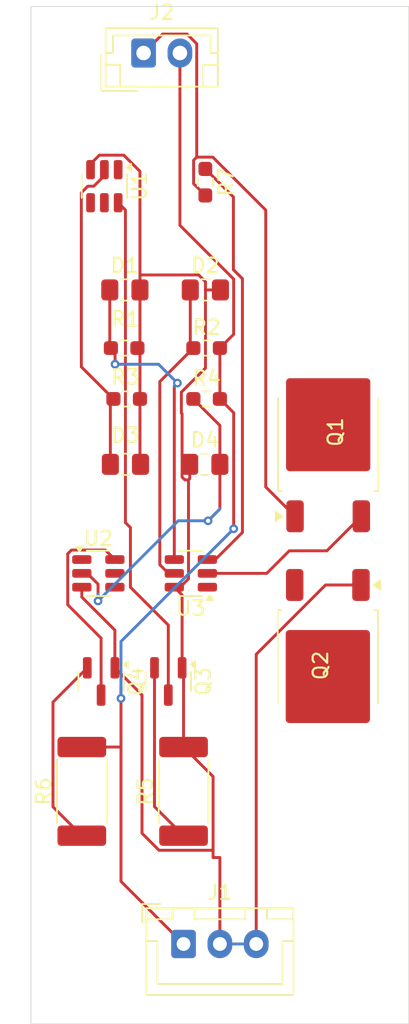
<source format=kicad_pcb>
(kicad_pcb (version 20241229) (generator "pcbnew") (generator_version "9.0")
  (layers (0 "F.Cu" signal) (2 "B.Cu" signal) (13 "F.Paste" user) (15 "B.Paste" user) (5 "F.SilkS" user "F.Silkscreen") (7 "B.SilkS" user "B.Silkscreen") (1 "F.Mask" user) (3 "B.Mask" user) (25 "Edge.Cuts" user))
  (net 0 "")
  (net 1 "Net-(J1-Pin_1)")
  (net 2 "Net-(D1-A)")
  (net 3 "Net-(D1-K)")
  (net 5 "Net-(D2-K)")
  (net 6 "Net-(D3-A)")
  (net 10 "Net-(D4-A)")
  (net 12 "Net-(J2-Pin_1)")
  (net 15 "Net-(Q1-S)")
  (net 18 "Net-(Q3-G)")
  (net 19 "Net-(Q3-S)")
  (net 21 "Net-(Q4-S)")
  (net 22 "Net-(Q4-G)")
  (net 23 "Net-(U3-IO2)")
  (footprint "Package_TO_SOT_SMD:SOT-23" (layer "F.Cu") (at 139.325 99.9375 -90)
    (property "Reference" "Q4" (at 0 -2.4 90) (layer "F.SilkS"))
    (property "Value" "PMOS")
    (fp_line (start 0 1.56) (end -0.65 1.56) (stroke (width 0.12)) (layer "F.SilkS"))
    (fp_line (start 0 1.56) (end 0.65 1.56) (stroke (width 0.12)) (layer "F.SilkS"))
    (fp_line (start 0 -1.56) (end -0.65 -1.56) (stroke (width 0.12)) (layer "F.SilkS"))
    (fp_line (start 0 -1.56) (end 0.65 -1.56) (stroke (width 0.12)) (layer "F.SilkS"))
    (fp_poly (pts (xy -1.1625 -1.51) (xy -1.4025 -1.84) (xy -0.9225 -1.84)) (stroke (width 0.12)) (fill yes) (layer "F.SilkS"))
    (pad "1" smd roundrect (at -0.9375 -0.95 270) (size 1.475 0.6) (layers "F.Cu" "F.Mask" "F.Paste") (net 2 "Net-(D1-A)"))
    (pad "2" smd roundrect (at -0.9375 0.95 270) (size 1.475 0.6) (layers "F.Cu" "F.Mask" "F.Paste") (net 22 "Net-(Q4-G)"))
    (pad "3" smd roundrect (at 0.9375 0 270) (size 1.475 0.6) (layers "F.Cu" "F.Mask" "F.Paste") (net 21 "Net-(Q4-S)"))
  )
  (footprint "Capacitor_SMD:C_0805_2012Metric_Pad1.18x1.45mm_HandSolder" (layer "F.Cu") (at 140.9625 73)
    (property "Reference" "D1" (at 0 -1.68 0) (layer "F.SilkS"))
    (property "Value" "D_Capacitance")
    (fp_line (start -0.261252 -0.735) (end 0.261252 -0.735) (stroke (width 0.12)) (layer "F.SilkS"))
    (fp_line (start -0.261252 0.735) (end 0.261252 0.735) (stroke (width 0.12)) (layer "F.SilkS"))
    (pad "1" smd roundrect (at -1.0375 0) (size 1.175 1.45) (layers "F.Cu" "F.Mask" "F.Paste") (roundrect_rratio 0.212766) (net 3 "Net-(D1-K)"))
    (pad "2" smd roundrect (at 1.0375 0) (size 1.175 1.45) (layers "F.Cu" "F.Mask" "F.Paste") (roundrect_rratio 0.212766) (net 2 "Net-(D1-A)"))
  )
  (footprint "Package_TO_SOT_SMD:SOT-23" (layer "F.Cu") (at 143.95 99.9375 -90)
    (property "Reference" "Q3" (at 0 -2.4 90) (layer "F.SilkS"))
    (property "Value" "PMOS")
    (fp_line (start 0 1.56) (end -0.65 1.56) (stroke (width 0.12)) (layer "F.SilkS"))
    (fp_line (start 0 1.56) (end 0.65 1.56) (stroke (width 0.12)) (layer "F.SilkS"))
    (fp_line (start 0 -1.56) (end -0.65 -1.56) (stroke (width 0.12)) (layer "F.SilkS"))
    (fp_line (start 0 -1.56) (end 0.65 -1.56) (stroke (width 0.12)) (layer "F.SilkS"))
    (fp_poly (pts (xy -1.1625 -1.51) (xy -1.4025 -1.84) (xy -0.9225 -1.84)) (stroke (width 0.12)) (fill yes) (layer "F.SilkS"))
    (pad "1" smd roundrect (at -0.9375 -0.95 270) (size 1.475 0.6) (layers "F.Cu" "F.Mask" "F.Paste") (net 2 "Net-(D1-A)"))
    (pad "2" smd roundrect (at -0.9375 0.95 270) (size 1.475 0.6) (layers "F.Cu" "F.Mask" "F.Paste") (net 18 "Net-(Q3-G)"))
    (pad "3" smd roundrect (at 0.9375 0 270) (size 1.475 0.6) (layers "F.Cu" "F.Mask" "F.Paste") (net 19 "Net-(Q3-S)"))
  )
  (footprint "Capacitor_SMD:C_0805_2012Metric_Pad1.18x1.45mm_HandSolder" (layer "F.Cu") (at 141 85 180)
    (property "Reference" "D3" (at 0 2 0) (layer "F.SilkS"))
    (property "Value" "D_Capacitance")
    (fp_line (start -0.261252 0.735) (end 0.261252 0.735) (stroke (width 0.12)) (layer "F.SilkS"))
    (fp_line (start -0.261252 -0.735) (end 0.261252 -0.735) (stroke (width 0.12)) (layer "F.SilkS"))
    (pad "1" smd roundrect (at -1.0375 0 180) (size 1.175 1.45) (layers "F.Cu" "F.Mask" "F.Paste") (roundrect_rratio 0.212766) (net 2 "Net-(D1-A)"))
    (pad "2" smd roundrect (at 1.0375 0 180) (size 1.175 1.45) (layers "F.Cu" "F.Mask" "F.Paste") (roundrect_rratio 0.212766) (net 6 "Net-(D3-A)"))
  )
  (footprint "Package_TO_SOT_SMD:SOT-23-6" (layer "F.Cu") (at 139.55 65.8625 -90)
    (property "Reference" "U1" (at 0 -2.4 90) (layer "F.SilkS"))
    (property "Value" "SN74LVC2G14DBV")
    (fp_line (start 0 1.56) (end -0.8 1.56) (stroke (width 0.12)) (layer "F.SilkS"))
    (fp_line (start 0 1.56) (end 0.8 1.56) (stroke (width 0.12)) (layer "F.SilkS"))
    (fp_line (start 0 -1.56) (end -0.8 -1.56) (stroke (width 0.12)) (layer "F.SilkS"))
    (fp_line (start 0 -1.56) (end 0.8 -1.56) (stroke (width 0.12)) (layer "F.SilkS"))
    (fp_poly (pts (xy -1.3 -1.51) (xy -1.54 -1.84) (xy -1.06 -1.84)) (stroke (width 0.12)) (fill yes) (layer "F.SilkS"))
    (pad "1" smd roundrect (at -1.1375 -0.95 270) (size 1.325 0.6) (layers "F.Cu" "F.Mask" "F.Paste"))
    (pad "2" smd roundrect (at -1.1375 0 270) (size 1.325 0.6) (layers "F.Cu" "F.Mask" "F.Paste") (net 6 "Net-(D3-A)"))
    (pad "3" smd roundrect (at -1.1375 0.95 270) (size 1.325 0.6) (layers "F.Cu" "F.Mask" "F.Paste") (net 2 "Net-(D1-A)"))
    (pad "4" smd roundrect (at 1.1375 0.95 270) (size 1.325 0.6) (layers "F.Cu" "F.Mask" "F.Paste"))
    (pad "5" smd roundrect (at 1.1375 0 270) (size 1.325 0.6) (layers "F.Cu" "F.Mask" "F.Paste"))
    (pad "6" smd roundrect (at 1.1375 -0.95 270) (size 1.325 0.6) (layers "F.Cu" "F.Mask" "F.Paste") (net 19 "Net-(Q3-S)"))
  )
  (footprint "Resistor_SMD:R_2512_6332Metric_Pad1.40x3.35mm_HandSolder" (layer "F.Cu") (at 145 107.5 90)
    (property "Reference" "R5" (at 0 -2.63 90) (layer "F.SilkS"))
    (property "Value" "68.5")
    (fp_line (start -2.177064 -1.71) (end 2.177064 -1.71) (stroke (width 0.12)) (layer "F.SilkS"))
    (fp_line (start -2.177064 1.71) (end 2.177064 1.71) (stroke (width 0.12)) (layer "F.SilkS"))
    (pad "1" smd roundrect (at -3.05 0 90) (size 1.4 3.35) (layers "F.Cu" "F.Mask" "F.Paste") (roundrect_rratio 0.178571) (net 18 "Net-(Q3-G)"))
    (pad "2" smd roundrect (at 3.05 0 90) (size 1.4 3.35) (layers "F.Cu" "F.Mask" "F.Paste") (roundrect_rratio 0.178571) (net 2 "Net-(D1-A)"))
  )
  (footprint "Package_TO_SOT_SMD:TO-252-2" (layer "F.Cu") (at 154.9275 98.34 -90)
    (property "Reference" "Q2" (at 0.5 0.5 90) (layer "F.SilkS"))
    (property "Value" "NMOS")
    (fp_line (start -3.31 3.45) (end -3.31 3.18) (stroke (width 0.12)) (layer "F.SilkS"))
    (fp_line (start 3.11 3.45) (end -3.31 3.45) (stroke (width 0.12)) (layer "F.SilkS"))
    (fp_line (start -3.31 -3.45) (end -3.31 -3.18) (stroke (width 0.12)) (layer "F.SilkS"))
    (fp_line (start 3.11 -3.45) (end -3.31 -3.45) (stroke (width 0.12)) (layer "F.SilkS"))
    (fp_poly (pts (xy -5.04 -3.14) (xy -5.38 -3.61) (xy -4.7 -3.61)) (stroke (width 0.12)) (fill yes) (layer "F.SilkS"))
    (pad "1" smd roundrect (at -5.04 -2.28 270) (size 2.2 1.2) (layers "F.Cu" "F.Mask" "F.Paste") (roundrect_rratio 0.208333) (net 2 "Net-(D1-A)"))
    (pad "2" smd roundrect (at 1.26 0 270) (size 6.4 5.8) (layers "F.Cu" "F.Mask") (roundrect_rratio 0.043103))
    (pad "3" smd roundrect (at -5.04 2.28 270) (size 2.2 1.2) (layers "F.Cu" "F.Mask" "F.Paste") (roundrect_rratio 0.208333))
  )
  (footprint "Resistor_SMD:R_0603_1608Metric_Pad0.98x0.95mm_HandSolder" (layer "F.Cu") (at 146.5 65.5875 -90)
    (property "Reference" "R7" (at 0 -1.43 90) (layer "F.SilkS"))
    (property "Value" "2k")
    (fp_line (start -0.254724 0.5225) (end 0.254724 0.5225) (stroke (width 0.12)) (layer "F.SilkS"))
    (fp_line (start -0.254724 -0.5225) (end 0.254724 -0.5225) (stroke (width 0.12)) (layer "F.SilkS"))
    (pad "1" smd roundrect (at -0.9125 0 270) (size 0.975 0.95) (layers "F.Cu" "F.Mask" "F.Paste") (net 23 "Net-(U3-IO2)"))
    (pad "2" smd roundrect (at 0.9125 0 270) (size 0.975 0.95) (layers "F.Cu" "F.Mask" "F.Paste") (net 12 "Net-(J2-Pin_1)"))
  )
  (footprint "Resistor_SMD:R_0603_1608Metric_Pad0.98x0.95mm_HandSolder" (layer "F.Cu") (at 146.5875 77)
    (property "Reference" "R2" (at 0 -1.43 0) (layer "F.SilkS"))
    (property "Value" "330")
    (fp_line (start -0.254724 -0.5225) (end 0.254724 -0.5225) (stroke (width 0.12)) (layer "F.SilkS"))
    (fp_line (start -0.254724 0.5225) (end 0.254724 0.5225) (stroke (width 0.12)) (layer "F.SilkS"))
    (pad "1" smd roundrect (at -0.9125 0) (size 0.975 0.95) (layers "F.Cu" "F.Mask" "F.Paste") (net 5 "Net-(D2-K)"))
    (pad "2" smd roundrect (at 0.9125 0) (size 0.975 0.95) (layers "F.Cu" "F.Mask" "F.Paste") (net 1 "Net-(J1-Pin_1)"))
  )
  (footprint "Resistor_SMD:R_0603_1608Metric_Pad0.98x0.95mm_HandSolder" (layer "F.Cu") (at 140.9125 77 180)
    (property "Reference" "R1" (at -0.0875 2 0) (layer "F.SilkS"))
    (property "Value" "330")
    (fp_line (start -0.254724 0.5225) (end 0.254724 0.5225) (stroke (width 0.12)) (layer "F.SilkS"))
    (fp_line (start -0.254724 -0.5225) (end 0.254724 -0.5225) (stroke (width 0.12)) (layer "F.SilkS"))
    (pad "1" smd roundrect (at -0.9125 0 180) (size 0.975 0.95) (layers "F.Cu" "F.Mask" "F.Paste") (net 2 "Net-(D1-A)"))
    (pad "2" smd roundrect (at 0.9125 0 180) (size 0.975 0.95) (layers "F.Cu" "F.Mask" "F.Paste") (net 3 "Net-(D1-K)"))
  )
  (footprint "Resistor_SMD:R_2512_6332Metric_Pad1.40x3.35mm_HandSolder" (layer "F.Cu") (at 138 107.5 90)
    (property "Reference" "R6" (at 0 -2.63 90) (layer "F.SilkS"))
    (property "Value" "68.5")
    (fp_line (start -2.177064 -1.71) (end 2.177064 -1.71) (stroke (width 0.12)) (layer "F.SilkS"))
    (fp_line (start -2.177064 1.71) (end 2.177064 1.71) (stroke (width 0.12)) (layer "F.SilkS"))
    (pad "1" smd roundrect (at -3.05 0 90) (size 1.4 3.35) (layers "F.Cu" "F.Mask" "F.Paste") (roundrect_rratio 0.178571) (net 22 "Net-(Q4-G)"))
    (pad "2" smd roundrect (at 3.05 0 90) (size 1.4 3.35) (layers "F.Cu" "F.Mask" "F.Paste") (roundrect_rratio 0.178571) (net 1 "Net-(J1-Pin_1)"))
  )
  (footprint "Connector_JST:JST_EH_B2B-EH-A_1x02_P2.50mm_Vertical" (layer "F.Cu") (at 142.25 56.7)
    (property "Reference" "J2" (at 1.25 -2.8 0) (layer "F.SilkS"))
    (property "Value" "Conn_01x02_Pin")
    (fp_line (start -2.91 0.11) (end -2.91 2.61) (stroke (width 0.12)) (layer "F.SilkS"))
    (fp_line (start -2.91 2.61) (end -0.41 2.61) (stroke (width 0.12)) (layer "F.SilkS"))
    (fp_line (start -2.61 -1.71) (end -2.61 2.31) (stroke (width 0.12)) (layer "F.SilkS"))
    (fp_line (start -2.61 0) (end -2.11 0) (stroke (width 0.12)) (layer "F.SilkS"))
    (fp_line (start -2.61 0.81) (end -1.61 0.81) (stroke (width 0.12)) (layer "F.SilkS"))
    (fp_line (start -2.61 2.31) (end 5.11 2.31) (stroke (width 0.12)) (layer "F.SilkS"))
    (fp_line (start -2.11 -1.21) (end 4.61 -1.21) (stroke (width 0.12)) (layer "F.SilkS"))
    (fp_line (start -2.11 0) (end -2.11 -1.21) (stroke (width 0.12)) (layer "F.SilkS"))
    (fp_line (start -1.61 0.81) (end -1.61 2.31) (stroke (width 0.12)) (layer "F.SilkS"))
    (fp_line (start 4.11 0.81) (end 4.11 2.31) (stroke (width 0.12)) (layer "F.SilkS"))
    (fp_line (start 4.61 -1.21) (end 4.61 0) (stroke (width 0.12)) (layer "F.SilkS"))
    (fp_line (start 4.61 0) (end 5.11 0) (stroke (width 0.12)) (layer "F.SilkS"))
    (fp_line (start 5.11 -1.71) (end -2.61 -1.71) (stroke (width 0.12)) (layer "F.SilkS"))
    (fp_line (start 5.11 0.81) (end 4.11 0.81) (stroke (width 0.12)) (layer "F.SilkS"))
    (fp_line (start 5.11 2.31) (end 5.11 -1.71) (stroke (width 0.12)) (layer "F.SilkS"))
    (pad "1" thru_hole roundrect (at 0 0) (size 1.7 2) (drill 1) (layers "*.Cu" "*.Mask") (roundrect_rratio 0.147059) (net 12 "Net-(J2-Pin_1)"))
    (pad "2" thru_hole oval (at 2.5 0) (size 1.7 2) (drill 1) (layers "*.Cu" "*.Mask") (net 1 "Net-(J1-Pin_1)"))
  )
  (footprint "Capacitor_SMD:C_0805_2012Metric_Pad1.18x1.45mm_HandSolder" (layer "F.Cu") (at 146.4625 85)
    (property "Reference" "D4" (at 0 -1.68 0) (layer "F.SilkS"))
    (property "Value" "D_Capacitance")
    (fp_line (start -0.261252 -0.735) (end 0.261252 -0.735) (stroke (width 0.12)) (layer "F.SilkS"))
    (fp_line (start -0.261252 0.735) (end 0.261252 0.735) (stroke (width 0.12)) (layer "F.SilkS"))
    (pad "1" smd roundrect (at -1.0375 0) (size 1.175 1.45) (layers "F.Cu" "F.Mask" "F.Paste") (roundrect_rratio 0.212766) (net 2 "Net-(D1-A)"))
    (pad "2" smd roundrect (at 1.0375 0) (size 1.175 1.45) (layers "F.Cu" "F.Mask" "F.Paste") (roundrect_rratio 0.212766) (net 10 "Net-(D4-A)"))
  )
  (footprint "Package_TO_SOT_SMD:SOT-23-6" (layer "F.Cu") (at 145.5 92.5 180)
    (property "Reference" "U3" (at 0 -2.4 0) (layer "F.SilkS"))
    (property "Value" "CDSOT236-0504C")
    (fp_line (start 0 1.56) (end 0.8 1.56) (stroke (width 0.12)) (layer "F.SilkS"))
    (fp_line (start 0 1.56) (end -0.8 1.56) (stroke (width 0.12)) (layer "F.SilkS"))
    (fp_line (start 0 -1.56) (end 0.8 -1.56) (stroke (width 0.12)) (layer "F.SilkS"))
    (fp_line (start 0 -1.56) (end -0.8 -1.56) (stroke (width 0.12)) (layer "F.SilkS"))
    (fp_poly (pts (xy -1.3 -1.51) (xy -1.54 -1.84) (xy -1.06 -1.84)) (stroke (width 0.12)) (fill yes) (layer "F.SilkS"))
    (pad "1" smd roundrect (at -1.1375 -0.95 180) (size 1.325 0.6) (layers "F.Cu" "F.Mask" "F.Paste"))
    (pad "2" smd roundrect (at -1.1375 0 180) (size 1.325 0.6) (layers "F.Cu" "F.Mask" "F.Paste") (net 15 "Net-(Q1-S)"))
    (pad "3" smd roundrect (at -1.1375 0.95 180) (size 1.325 0.6) (layers "F.Cu" "F.Mask" "F.Paste") (net 23 "Net-(U3-IO2)"))
    (pad "4" smd roundrect (at 1.1375 0.95 180) (size 1.325 0.6) (layers "F.Cu" "F.Mask" "F.Paste") (net 3 "Net-(D1-K)"))
    (pad "5" smd roundrect (at 1.1375 0 180) (size 1.325 0.6) (layers "F.Cu" "F.Mask" "F.Paste") (net 5 "Net-(D2-K)"))
    (pad "6" smd roundrect (at 1.1375 -0.95 180) (size 1.325 0.6) (layers "F.Cu" "F.Mask" "F.Paste") (net 2 "Net-(D1-A)"))
  )
  (footprint "Connector_JST:JST_XH_B3B-XH-A_1x03_P2.50mm_Vertical" (layer "F.Cu") (at 145 118)
    (property "Reference" "J1" (at 2.5 -3.55 0) (layer "F.SilkS"))
    (property "Value" "Conn_01x03_Pin")
    (fp_line (start -2.85 -2.75) (end -2.85 -1.5) (stroke (width 0.12)) (layer "F.SilkS"))
    (fp_line (start -2.56 -2.46) (end -2.56 3.51) (stroke (width 0.12)) (layer "F.SilkS"))
    (fp_line (start -2.56 3.51) (end 7.56 3.51) (stroke (width 0.12)) (layer "F.SilkS"))
    (fp_line (start -2.55 -2.45) (end -2.55 -1.7) (stroke (width 0.12)) (layer "F.SilkS"))
    (fp_line (start -2.55 -1.7) (end -0.75 -1.7) (stroke (width 0.12)) (layer "F.SilkS"))
    (fp_line (start -2.55 -0.2) (end -1.8 -0.2) (stroke (width 0.12)) (layer "F.SilkS"))
    (fp_line (start -1.8 -0.2) (end -1.8 2.75) (stroke (width 0.12)) (layer "F.SilkS"))
    (fp_line (start -1.8 2.75) (end 2.5 2.75) (stroke (width 0.12)) (layer "F.SilkS"))
    (fp_line (start -1.6 -2.75) (end -2.85 -2.75) (stroke (width 0.12)) (layer "F.SilkS"))
    (fp_line (start -0.75 -2.45) (end -2.55 -2.45) (stroke (width 0.12)) (layer "F.SilkS"))
    (fp_line (start -0.75 -1.7) (end -0.75 -2.45) (stroke (width 0.12)) (layer "F.SilkS"))
    (fp_line (start 0.75 -2.45) (end 0.75 -1.7) (stroke (width 0.12)) (layer "F.SilkS"))
    (fp_line (start 0.75 -1.7) (end 4.25 -1.7) (stroke (width 0.12)) (layer "F.SilkS"))
    (fp_line (start 4.25 -2.45) (end 0.75 -2.45) (stroke (width 0.12)) (layer "F.SilkS"))
    (fp_line (start 4.25 -1.7) (end 4.25 -2.45) (stroke (width 0.12)) (layer "F.SilkS"))
    (fp_line (start 5.75 -2.45) (end 5.75 -1.7) (stroke (width 0.12)) (layer "F.SilkS"))
    (fp_line (start 5.75 -1.7) (end 7.55 -1.7) (stroke (width 0.12)) (layer "F.SilkS"))
    (fp_line (start 6.8 -0.2) (end 6.8 2.75) (stroke (width 0.12)) (layer "F.SilkS"))
    (fp_line (start 6.8 2.75) (end 2.5 2.75) (stroke (width 0.12)) (layer "F.SilkS"))
    (fp_line (start 7.55 -2.45) (end 5.75 -2.45) (stroke (width 0.12)) (layer "F.SilkS"))
    (fp_line (start 7.55 -1.7) (end 7.55 -2.45) (stroke (width 0.12)) (layer "F.SilkS"))
    (fp_line (start 7.55 -0.2) (end 6.8 -0.2) (stroke (width 0.12)) (layer "F.SilkS"))
    (fp_line (start 7.56 -2.46) (end -2.56 -2.46) (stroke (width 0.12)) (layer "F.SilkS"))
    (fp_line (start 7.56 3.51) (end 7.56 -2.46) (stroke (width 0.12)) (layer "F.SilkS"))
    (pad "1" thru_hole roundrect (at 0 0) (size 1.7 1.95) (drill 0.95) (layers "*.Cu" "*.Mask") (roundrect_rratio 0.147059) (net 1 "Net-(J1-Pin_1)"))
    (pad "2" thru_hole oval (at 2.5 0) (size 1.7 1.95) (drill 0.95) (layers "*.Cu" "*.Mask") (net 2 "Net-(D1-A)"))
    (pad "3" thru_hole oval (at 5 0) (size 1.7 1.95) (drill 0.95) (layers "*.Cu" "*.Mask") (net 2 "Net-(D1-A)"))
  )
  (footprint "Resistor_SMD:R_0603_1608Metric_Pad0.98x0.95mm_HandSolder" (layer "F.Cu") (at 141.0875 80.5)
    (property "Reference" "R3" (at -0.0875 -1.5 0) (layer "F.SilkS"))
    (property "Value" "101")
    (fp_line (start -0.254724 -0.5225) (end 0.254724 -0.5225) (stroke (width 0.12)) (layer "F.SilkS"))
    (fp_line (start -0.254724 0.5225) (end 0.254724 0.5225) (stroke (width 0.12)) (layer "F.SilkS"))
    (pad "1" smd roundrect (at -0.9125 0) (size 0.975 0.95) (layers "F.Cu" "F.Mask" "F.Paste") (net 6 "Net-(D3-A)"))
    (pad "2" smd roundrect (at 0.9125 0) (size 0.975 0.95) (layers "F.Cu" "F.Mask" "F.Paste") (net 2 "Net-(D1-A)"))
  )
  (footprint "Package_TO_SOT_SMD:TO-252-2" (layer "F.Cu") (at 154.9525 83.535 90)
    (property "Reference" "Q1" (at 0.76 0.5 90) (layer "F.SilkS"))
    (property "Value" "NMOS")
    (fp_line (start 3.11 -3.45) (end -3.31 -3.45) (stroke (width 0.12)) (layer "F.SilkS"))
    (fp_line (start -3.31 -3.45) (end -3.31 -3.18) (stroke (width 0.12)) (layer "F.SilkS"))
    (fp_line (start 3.11 3.45) (end -3.31 3.45) (stroke (width 0.12)) (layer "F.SilkS"))
    (fp_line (start -3.31 3.45) (end -3.31 3.18) (stroke (width 0.12)) (layer "F.SilkS"))
    (fp_poly (pts (xy -5.04 -3.14) (xy -5.38 -3.61) (xy -4.7 -3.61)) (stroke (width 0.12)) (fill yes) (layer "F.SilkS"))
    (pad "1" smd roundrect (at -5.04 -2.28 90) (size 2.2 1.2) (layers "F.Cu" "F.Mask" "F.Paste") (roundrect_rratio 0.208333) (net 12 "Net-(J2-Pin_1)"))
    (pad "2" smd roundrect (at 1.26 0 90) (size 6.4 5.8) (layers "F.Cu" "F.Mask") (roundrect_rratio 0.043103))
    (pad "3" smd roundrect (at -5.04 2.28 90) (size 2.2 1.2) (layers "F.Cu" "F.Mask" "F.Paste") (roundrect_rratio 0.208333) (net 15 "Net-(Q1-S)"))
  )
  (footprint "Resistor_SMD:R_0603_1608Metric_Pad0.98x0.95mm_HandSolder" (layer "F.Cu") (at 146.5875 80.5)
    (property "Reference" "R4" (at 0 -1.43 0) (layer "F.SilkS"))
    (property "Value" "101")
    (fp_line (start -0.254724 -0.5225) (end 0.254724 -0.5225) (stroke (width 0.12)) (layer "F.SilkS"))
    (fp_line (start -0.254724 0.5225) (end 0.254724 0.5225) (stroke (width 0.12)) (layer "F.SilkS"))
    (pad "1" smd roundrect (at -0.9125 0) (size 0.975 0.95) (layers "F.Cu" "F.Mask" "F.Paste") (net 10 "Net-(D4-A)"))
    (pad "2" smd roundrect (at 0.9125 0) (size 0.975 0.95) (layers "F.Cu" "F.Mask" "F.Paste") (net 1 "Net-(J1-Pin_1)"))
  )
  (footprint "Capacitor_SMD:C_0805_2012Metric_Pad1.18x1.45mm_HandSolder" (layer "F.Cu") (at 146.5 73)
    (property "Reference" "D2" (at 0 -1.68 0) (layer "F.SilkS"))
    (property "Value" "D_Capacitance")
    (fp_line (start -0.261252 -0.735) (end 0.261252 -0.735) (stroke (width 0.12)) (layer "F.SilkS"))
    (fp_line (start -0.261252 0.735) (end 0.261252 0.735) (stroke (width 0.12)) (layer "F.SilkS"))
    (pad "1" smd roundrect (at -1.0375 0) (size 1.175 1.45) (layers "F.Cu" "F.Mask" "F.Paste") (roundrect_rratio 0.212766) (net 5 "Net-(D2-K)"))
    (pad "2" smd roundrect (at 1.0375 0) (size 1.175 1.45) (layers "F.Cu" "F.Mask" "F.Paste") (roundrect_rratio 0.212766) (net 2 "Net-(D1-A)"))
  )
  (footprint "Package_TO_SOT_SMD:SOT-23-6" (layer "F.Cu") (at 139.1375 92.5)
    (property "Reference" "U2" (at 0 -2.4 0) (layer "F.SilkS"))
    (property "Value" "SN74LVC2G14DBV")
    (fp_line (start 0 -1.56) (end -0.8 -1.56) (stroke (width 0.12)) (layer "F.SilkS"))
    (fp_line (start 0 -1.56) (end 0.8 -1.56) (stroke (width 0.12)) (layer "F.SilkS"))
    (fp_line (start 0 1.56) (end -0.8 1.56) (stroke (width 0.12)) (layer "F.SilkS"))
    (fp_line (start 0 1.56) (end 0.8 1.56) (stroke (width 0.12)) (layer "F.SilkS"))
    (fp_poly (pts (xy -1.3 -1.51) (xy -1.54 -1.84) (xy -1.06 -1.84)) (stroke (width 0.12)) (fill yes) (layer "F.SilkS"))
    (pad "1" smd roundrect (at -1.1375 -0.95) (size 1.325 0.6) (layers "F.Cu" "F.Mask" "F.Paste"))
    (pad "2" smd roundrect (at -1.1375 0) (size 1.325 0.6) (layers "F.Cu" "F.Mask" "F.Paste") (net 10 "Net-(D4-A)"))
    (pad "3" smd roundrect (at -1.1375 0.95) (size 1.325 0.6) (layers "F.Cu" "F.Mask" "F.Paste") (net 2 "Net-(D1-A)"))
    (pad "4" smd roundrect (at 1.1375 0.95) (size 1.325 0.6) (layers "F.Cu" "F.Mask" "F.Paste"))
    (pad "5" smd roundrect (at 1.1375 0) (size 1.325 0.6) (layers "F.Cu" "F.Mask" "F.Paste"))
    (pad "6" smd roundrect (at 1.1375 -0.95) (size 1.325 0.6) (layers "F.Cu" "F.Mask" "F.Paste") (net 21 "Net-(Q4-S)"))
  )
  (gr_rect (start 134.5 53.5) (end 160.5 123.5) (stroke (width 0.05)) (fill no) (layer "Edge.Cuts"))
  (segment (start 140.6943 101.1032) (end 140.6943 100.2814) (width 0.2) (layer "F.Cu") (net 1))
  (segment (start 140.6943 100.2814) (end 140.6943 101.1032) (width 0.2) (layer "F.Cu") (net 1))
  (segment (start 144.75 56.7) (end 144.75 68.5559) (width 0.2) (layer "F.Cu") (net 1))
  (segment (start 140.6943 104.45) (end 140.6943 101.1032) (width 0.2) (layer "F.Cu") (net 1))
  (segment (start 148.4467 76.0533) (end 147.5 77) (width 0.2) (layer "F.Cu") (net 1))
  (segment (start 138 104.45) (end 140.6943 104.45) (width 0.2) (layer "F.Cu") (net 1))
  (segment (start 140.6943 104.45) (end 140.6943 113.6943) (width 0.2) (layer "F.Cu") (net 1))
  (segment (start 147.5 80.5) (end 147.5 77) (width 0.2) (layer "F.Cu") (net 1))
  (segment (start 148.4467 72.2526) (end 148.4467 76.0533) (width 0.2) (layer "F.Cu") (net 1))
  (segment (start 144.75 68.5559) (end 148.4467 72.2526) (width 0.2) (layer "F.Cu") (net 1))
  (segment (start 148.4491 81.4491) (end 147.5 80.5) (width 0.2) (layer "F.Cu") (net 1))
  (segment (start 148.4491 89.435) (end 148.4491 81.4491) (width 0.2) (layer "F.Cu") (net 1))
  (segment (start 140.6943 113.6943) (end 145 118) (width 0.2) (layer "F.Cu") (net 1))
  (via (at 140.6943 101.1032) (size 0.6) (drill 0.3) (layers "F.Cu" "B.Cu") (net 1))
  (via (at 148.4491 89.435) (size 0.6) (drill 0.3) (layers "F.Cu" "B.Cu") (net 1))
  (segment (start 140.6943 101.1032) (end 140.6943 97.1898) (width 0.2) (layer "B.Cu") (net 1))
  (segment (start 140.6943 101.1032) (end 140.6943 100.2814) (width 0.2) (layer "B.Cu") (net 1))
  (segment (start 140.6943 97.1898) (end 148.4491 89.435) (width 0.2) (layer "B.Cu") (net 1))
  (segment (start 140.6943 100.2814) (end 140.6943 101.1032) (width 0.2) (layer "B.Cu") (net 1))
  (segment (start 142 71.9695) (end 142 64.8413) (width 0.2) (layer "F.Cu") (net 2))
  (segment (start 143.312 111.553) (end 147.0312 111.553) (width 0.2) (layer "F.Cu") (net 2))
  (segment (start 146.507 78.3741) (end 144.8486 80.0325) (width 0.2) (layer "F.Cu") (net 2))
  (segment (start 142 76.825) (end 141.825 77) (width 0.2) (layer "F.Cu") (net 2))
  (segment (start 146.0401 71.9695) (end 146.507 72.4364) (width 0.2) (layer "F.Cu") (net 2))
  (segment (start 147.0312 111.553) (end 147.0312 106.4812) (width 0.2) (layer "F.Cu") (net 2))
  (segment (start 145.0861 86.0669) (end 145.3403 86.0669) (width 0.2) (layer "F.Cu") (net 2))
  (segment (start 138 94.1343) (end 140.275 96.4093) (width 0.2) (layer "F.Cu") (net 2))
  (segment (start 142.1408 100.8658) (end 142.1408 110.3818) (width 0.2) (layer "F.Cu") (net 2))
  (segment (start 146.507 72.4364) (end 146.507 73) (width 0.2) (layer "F.Cu") (net 2))
  (segment (start 144.8986 81.5213) (end 144.8986 85.8794) (width 0.2) (layer "F.Cu") (net 2))
  (segment (start 147.0312 112.0531) (end 147.0312 111.553) (width 0.2) (layer "F.Cu") (net 2))
  (segment (start 142 77.175) (end 142 80.5) (width 0.2) (layer "F.Cu") (net 2))
  (segment (start 147.5375 73) (end 146.507 73) (width 0.2) (layer "F.Cu") (net 2))
  (segment (start 138 93.45) (end 138 94.1343) (width 0.2) (layer "F.Cu") (net 2))
  (segment (start 144.8486 81.4713) (end 144.8986 81.5213) (width 0.2) (layer "F.Cu") (net 2))
  (segment (start 145 99.1) (end 144.9 99) (width 0.2) (layer "F.Cu") (net 2))
  (segment (start 147.0312 106.4812) (end 145 104.45) (width 0.2) (layer "F.Cu") (net 2))
  (segment (start 146.507 73) (end 146.507 78.3741) (width 0.2) (layer "F.Cu") (net 2))
  (segment (start 138.6 64.3342) (end 138.6 64.725) (width 0.2) (layer "F.Cu") (net 2))
  (segment (start 157.2075 93.3) (end 154.7701 93.3) (width 0.2) (layer "F.Cu") (net 2))
  (segment (start 142.1408 110.3818) (end 143.312 111.553) (width 0.2) (layer "F.Cu") (net 2))
  (segment (start 144.8986 85.8794) (end 145.0861 86.0669) (width 0.2) (layer "F.Cu") (net 2))
  (segment (start 147.0312 112.0531) (end 147.5 112.0531) (width 0.2) (layer "F.Cu") (net 2))
  (segment (start 142 71.9695) (end 146.0401 71.9695) (width 0.2) (layer "F.Cu") (net 2))
  (segment (start 145.3403 92.8753) (end 144.5641 93.6515) (width 0.2) (layer "F.Cu") (net 2))
  (segment (start 144.8486 80.0325) (end 144.8486 81.4713) (width 0.2) (layer "F.Cu") (net 2))
  (segment (start 142 71.9695) (end 142 73) (width 0.2) (layer "F.Cu") (net 2))
  (segment (start 139.2066 63.7276) (end 138.6 64.3342) (width 0.2) (layer "F.Cu") (net 2))
  (segment (start 144.9 93.9875) (end 144.5641 93.6515) (width 0.2) (layer "F.Cu") (net 2))
  (segment (start 145.3403 86.0669) (end 145.3403 92.8753) (width 0.2) (layer "F.Cu") (net 2))
  (segment (start 145.425 85.9822) (end 145.425 85) (width 0.2) (layer "F.Cu") (net 2))
  (segment (start 144.9 99) (end 144.9 93.9875) (width 0.2) (layer "F.Cu") (net 2))
  (segment (start 154.7701 93.3) (end 150 98.0701) (width 0.2) (layer "F.Cu") (net 2))
  (segment (start 145 104.45) (end 145 99.1) (width 0.2) (layer "F.Cu") (net 2))
  (segment (start 142 64.8413) (end 140.8863 63.7276) (width 0.2) (layer "F.Cu") (net 2))
  (segment (start 142 80.5) (end 142 84.9625) (width 0.2) (layer "F.Cu") (net 2))
  (segment (start 140.8863 63.7276) (end 139.2066 63.7276) (width 0.2) (layer "F.Cu") (net 2))
  (segment (start 142 84.9625) (end 142.0375 85) (width 0.2) (layer "F.Cu") (net 2))
  (segment (start 142 73) (end 142 76.825) (width 0.2) (layer "F.Cu") (net 2))
  (segment (start 140.275 96.4093) (end 140.275 99) (width 0.2) (layer "F.Cu") (net 2))
  (segment (start 140.275 99) (end 142.1408 100.8658) (width 0.2) (layer "F.Cu") (net 2))
  (segment (start 150 98.0701) (end 150 118) (width 0.2) (layer "F.Cu") (net 2))
  (segment (start 141.825 77) (end 142 77.175) (width 0.2) (layer "F.Cu") (net 2))
  (segment (start 144.5641 93.6515) (end 144.3625 93.45) (width 0.2) (layer "F.Cu") (net 2))
  (segment (start 145.3403 86.0669) (end 145.425 85.9822) (width 0.2) (layer "F.Cu") (net 2))
  (segment (start 147.5 118) (end 147.5 112.0531) (width 0.2) (layer "F.Cu") (net 2))
  (segment (start 147.5 118) (end 150 118) (width 0.2) (layer "B.Cu") (net 2))
  (segment (start 139.925 76.925) (end 140 77) (width 0.2) (layer "F.Cu") (net 3))
  (segment (start 144.3625 79.6224) (end 144.5765 79.4084) (width 0.2) (layer "F.Cu") (net 3))
  (segment (start 144.5765 79.4084) (end 144.3625 79.6224) (width 0.2) (layer "F.Cu") (net 3))
  (segment (start 144.3625 79.6224) (end 144.3625 91.55) (width 0.2) (layer "F.Cu") (net 3))
  (segment (start 140.2859 77.2859) (end 140.2859 78.1139) (width 0.2) (layer "F.Cu") (net 3))
  (segment (start 140 77) (end 140.2859 77.2859) (width 0.2) (layer "F.Cu") (net 3))
  (segment (start 144.5765 79.4084) (end 144.3625 79.6224) (width 0.2) (layer "F.Cu") (net 3))
  (segment (start 139.925 73) (end 139.925 76.925) (width 0.2) (layer "F.Cu") (net 3))
  (via (at 144.5765 79.4084) (size 0.6) (drill 0.3) (layers "F.Cu" "B.Cu") (net 3))
  (via (at 140.2859 78.1139) (size 0.6) (drill 0.3) (layers "F.Cu" "B.Cu") (net 3))
  (segment (start 143.282 78.1139) (end 144.5765 79.4084) (width 0.2) (layer "B.Cu") (net 3))
  (segment (start 144.5765 79.4084) (end 144.3625 79.6224) (width 0.2) (layer "B.Cu") (net 3))
  (segment (start 140.2859 78.1139) (end 143.282 78.1139) (width 0.2) (layer "B.Cu") (net 3))
  (segment (start 144.3625 79.6224) (end 144.5765 79.4084) (width 0.2) (layer "B.Cu") (net 3))
  (segment (start 143.3675 79.3075) (end 144.9528 77.7222) (width 0.2) (layer "F.Cu") (net 5))
  (segment (start 144.3625 92.5) (end 143.9589 92.5) (width 0.2) (layer "F.Cu") (net 5))
  (segment (start 144.9528 77.7222) (end 145.675 77) (width 0.2) (layer "F.Cu") (net 5))
  (segment (start 145.4625 77.2125) (end 145.4625 73) (width 0.2) (layer "F.Cu") (net 5))
  (segment (start 144.9528 77.7222) (end 145.4625 77.2125) (width 0.2) (layer "F.Cu") (net 5))
  (segment (start 143.3675 91.9086) (end 143.3675 79.3075) (width 0.2) (layer "F.Cu") (net 5))
  (segment (start 143.9589 92.5) (end 143.3675 91.9086) (width 0.2) (layer "F.Cu") (net 5))
  (segment (start 138.4128 65.8625) (end 137.9657 66.3096) (width 0.2) (layer "F.Cu") (net 6))
  (segment (start 139.55 65.1389) (end 138.8264 65.8625) (width 0.2) (layer "F.Cu") (net 6))
  (segment (start 140.175 80.5) (end 139.9625 80.7125) (width 0.2) (layer "F.Cu") (net 6))
  (segment (start 139.9625 80.7125) (end 139.9625 85) (width 0.2) (layer "F.Cu") (net 6))
  (segment (start 139.55 64.725) (end 139.55 65.1389) (width 0.2) (layer "F.Cu") (net 6))
  (segment (start 138.8264 65.8625) (end 138.4128 65.8625) (width 0.2) (layer "F.Cu") (net 6))
  (segment (start 137.9657 78.2907) (end 140.175 80.5) (width 0.2) (layer "F.Cu") (net 6))
  (segment (start 137.9657 66.3096) (end 137.9657 78.2907) (width 0.2) (layer "F.Cu") (net 6))
  (segment (start 147.5 85) (end 147.5 82.325) (width 0.2) (layer "F.Cu") (net 10))
  (segment (start 146.6883 88.8839) (end 147.5 88.0722) (width 0.2) (layer "F.Cu") (net 10))
  (segment (start 139.1155 94.399) (end 139.1155 93.928) (width 0.2) (layer "F.Cu") (net 10))
  (segment (start 147.5 88.0722) (end 146.6883 88.8839) (width 0.2) (layer "F.Cu") (net 10))
  (segment (start 147.5 88.0722) (end 147.5 85) (width 0.2) (layer "F.Cu") (net 10))
  (segment (start 139.1155 93.928) (end 139.1155 94.399) (width 0.2) (layer "F.Cu") (net 10))
  (segment (start 139.1155 93.2396) (end 138.3759 92.5) (width 0.2) (layer "F.Cu") (net 10))
  (segment (start 147.5 82.325) (end 145.675 80.5) (width 0.2) (layer "F.Cu") (net 10))
  (segment (start 139.1155 94.399) (end 139.1155 93.2396) (width 0.2) (layer "F.Cu") (net 10))
  (segment (start 146.6883 88.8839) (end 147.5 88.0722) (width 0.2) (layer "F.Cu") (net 10))
  (segment (start 138.3759 92.5) (end 138 92.5) (width 0.2) (layer "F.Cu") (net 10))
  (via (at 139.1155 94.399) (size 0.6) (drill 0.3) (layers "F.Cu" "B.Cu") (net 10))
  (via (at 146.6883 88.8839) (size 0.6) (drill 0.3) (layers "F.Cu" "B.Cu") (net 10))
  (segment (start 146.6883 88.8839) (end 147.5 88.0722) (width 0.2) (layer "B.Cu") (net 10))
  (segment (start 144.6306 88.8839) (end 139.1155 94.399) (width 0.2) (layer "B.Cu") (net 10))
  (segment (start 139.1155 93.928) (end 139.1155 94.399) (width 0.2) (layer "B.Cu") (net 10))
  (segment (start 139.1155 94.399) (end 139.1155 93.928) (width 0.2) (layer "B.Cu") (net 10))
  (segment (start 147.5 88.0722) (end 146.6883 88.8839) (width 0.2) (layer "B.Cu") (net 10))
  (segment (start 146.6883 88.8839) (end 144.6306 88.8839) (width 0.2) (layer "B.Cu") (net 10))
  (segment (start 145.9065 63.8638) (end 145.6924 64.0779) (width 0.2) (layer "F.Cu") (net 12))
  (segment (start 145.9065 63.8638) (end 147.0133 63.8638) (width 0.2) (layer "F.Cu") (net 12))
  (segment (start 150.6558 67.5063) (end 150.6558 86.5583) (width 0.2) (layer "F.Cu") (net 12))
  (segment (start 147.0133 63.8638) (end 150.6558 67.5063) (width 0.2) (layer "F.Cu") (net 12))
  (segment (start 145.2366 55.3952) (end 143.5548 55.3952) (width 0.2) (layer "F.Cu") (net 12))
  (segment (start 145.9065 63.8638) (end 145.9065 56.0651) (width 0.2) (layer "F.Cu") (net 12))
  (segment (start 150.6558 86.5583) (end 152.6725 88.575) (width 0.2) (layer "F.Cu") (net 12))
  (segment (start 145.6924 65.6924) (end 146.5 66.5) (width 0.2) (layer "F.Cu") (net 12))
  (segment (start 145.6924 64.0779) (end 145.6924 65.6924) (width 0.2) (layer "F.Cu") (net 12))
  (segment (start 145.9065 56.0651) (end 145.2366 55.3952) (width 0.2) (layer "F.Cu") (net 12))
  (segment (start 143.5548 55.3952) (end 142.25 56.7) (width 0.2) (layer "F.Cu") (net 12))
  (segment (start 152.2768 90.95) (end 154.8575 90.95) (width 0.2) (layer "F.Cu") (net 15))
  (segment (start 154.8575 90.95) (end 157.2325 88.575) (width 0.2) (layer "F.Cu") (net 15))
  (segment (start 146.6375 92.5) (end 150.7268 92.5) (width 0.2) (layer "F.Cu") (net 15))
  (segment (start 150.7268 92.5) (end 152.2768 90.95) (width 0.2) (layer "F.Cu") (net 15))
  (segment (start 145 110.55) (end 143 108.55) (width 0.2) (layer "F.Cu") (net 18))
  (segment (start 143 108.55) (end 143 99) (width 0.2) (layer "F.Cu") (net 18))
  (segment (start 143.95 96.0593) (end 143.95 100.875) (width 0.2) (layer "F.Cu") (net 19))
  (segment (start 141 89.007) (end 141.3431 89.3501) (width 0.2) (layer "F.Cu") (net 19))
  (segment (start 141.3431 89.3501) (end 141.3431 93.4524) (width 0.2) (layer "F.Cu") (net 19))
  (segment (start 141.3431 93.4524) (end 143.95 96.0593) (width 0.2) (layer "F.Cu") (net 19))
  (segment (start 141 67.5) (end 141 89.007) (width 0.2) (layer "F.Cu") (net 19))
  (segment (start 140.5 67) (end 141 67.5) (width 0.2) (layer "F.Cu") (net 19))
  (segment (start 139.325 100.875) (end 139.325 96.9577) (width 0.2) (layer "F.Cu") (net 21))
  (segment (start 137.2855 90.8963) (end 139.6213 90.8963) (width 0.2) (layer "F.Cu") (net 21))
  (segment (start 137.0305 91.1513) (end 137.2855 90.8963) (width 0.2) (layer "F.Cu") (net 21))
  (segment (start 139.325 96.9577) (end 137.0305 94.6632) (width 0.2) (layer "F.Cu") (net 21))
  (segment (start 139.6213 90.8963) (end 140.275 91.55) (width 0.2) (layer "F.Cu") (net 21))
  (segment (start 137.0305 94.6632) (end 137.0305 91.1513) (width 0.2) (layer "F.Cu") (net 21))
  (segment (start 138.375 99) (end 136.0164 101.3586) (width 0.2) (layer "F.Cu") (net 22))
  (segment (start 136.0164 108.5664) (end 138 110.55) (width 0.2) (layer "F.Cu") (net 22))
  (segment (start 136.0164 101.3586) (end 136.0164 108.5664) (width 0.2) (layer "F.Cu") (net 22))
  (segment (start 149.0508 89.6842) (end 149.0508 72.2261) (width 0.2) (layer "F.Cu") (net 23))
  (segment (start 147.185 91.55) (end 149.0508 89.6842) (width 0.2) (layer "F.Cu") (net 23))
  (segment (start 146.6375 91.55) (end 147.185 91.55) (width 0.2) (layer "F.Cu") (net 23))
  (segment (start 148.5006 71.6759) (end 148.4305 71.6058) (width 0.2) (layer "F.Cu") (net 23))
  (segment (start 149.0508 72.2261) (end 148.5006 71.6759) (width 0.2) (layer "F.Cu") (net 23))
  (segment (start 148.4304 71.6058) (end 148.4305 71.6058) (width 0.2) (layer "F.Cu") (net 23))
  (segment (start 148.5006 71.6759) (end 148.4305 71.6058) (width 0.2) (layer "F.Cu") (net 23))
  (segment (start 148.4304 66.6054) (end 148.4304 71.6058) (width 0.2) (layer "F.Cu") (net 23))
  (segment (start 146.5 64.675) (end 148.4304 66.6054) (width 0.2) (layer "F.Cu") (net 23))
)
</source>
